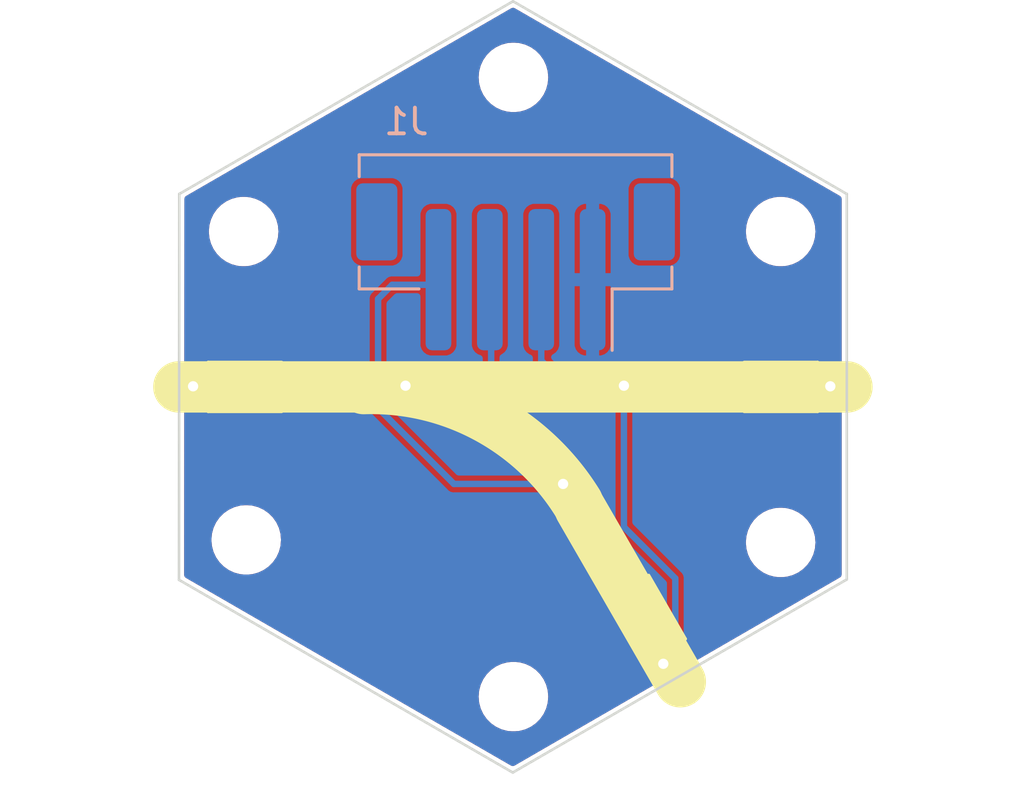
<source format=kicad_pcb>
(kicad_pcb (version 20211014) (generator pcbnew)
  (layers (0 "F.Cu" signal) (31 "B.Cu" signal) (34 "B.Paste" user) (35 "F.Paste" user) (36 "B.SilkS" user "B.Silkscreen") (37 "F.SilkS" user "F.Silkscreen") (38 "B.Mask" user) (39 "F.Mask" user) (44 "Edge.Cuts" user))
  (net 0 "")
  (net 1 "IO2")
  (net 2 "Net-(D1-Pad2)")
  (net 3 "GND")
  (net 4 "Net-(D2-Pad2)")
  (net 5 "Net-(D3-Pad2)")
  (net 6 "IO1")
  (net 7 "+5V")
  (footprint "MountingHole:MountingHole_2.2mm_M2" (layer "F.Cu") (at 154.967701 89.577208)
    (fp_text reference "REF**" hide)
    (fp_text value "MountingHole_2.2mm_M2")
    (pad "" np_thru_hole circle (at 0 0) (size 2.2 2.2) (drill 2.2) (layers *.Cu *.Mask))
  )
  (footprint "Resistor_SMD:R_0603_1608Metric_Pad0.98x0.95mm_HandSolder" (layer "F.Cu") (at 150.780201 95.577207)
    (fp_text reference "R3" hide)
    (fp_text value "6k2")
    (fp_line (start -0.254724 -0.5225) (end 0.254724 -0.5225) (layer "F.SilkS") (width 0.12))
    (fp_line (start -0.254724 0.5225) (end 0.254724 0.5225) (layer "F.SilkS") (width 0.12))
    (pad "1" smd roundrect (at -0.9125 0) (size 0.975 0.95) (layers "F.Cu" "F.Paste" "F.Mask") (net 1 "IO2"))
    (pad "2" smd roundrect (at 0.9125 0) (size 0.975 0.95) (layers "F.Cu" "F.Paste" "F.Mask") (net 5 "Net-(D3-Pad2)"))
  )
  (footprint "LED_SMD:LED_0805_2012Metric_Pad1.15x1.40mm_HandSolder" (layer "F.Cu") (at 149.5 104.3 120)
    (fp_text reference "D1" hide)
    (fp_text value "LED")
    (fp_line (start -1.86 -0.96) (end -1.86 0.96) (layer "F.SilkS") (width 0.12))
    (fp_line (start 1 -0.96) (end -1.86 -0.96) (layer "F.SilkS") (width 0.12))
    (fp_line (start -1.86 0.96) (end 1 0.96) (layer "F.SilkS") (width 0.12))
    (pad "1" smd roundrect (at -1.025 0 120) (size 1.15 1.4) (layers "F.Cu" "F.Paste" "F.Mask") (roundrect_rratio 0.217391) (net 1 "IO2"))
    (pad "2" smd roundrect (at 1.025 0 120) (size 1.15 1.4) (layers "F.Cu" "F.Paste" "F.Mask") (roundrect_rratio 0.217391) (net 2 "Net-(D1-Pad2)"))
  )
  (footprint "Resistor_SMD:R_0603_1608Metric_Pad0.98x0.95mm_HandSolder" (layer "F.Cu") (at 147.7 101.2 -60)
    (fp_text reference "R1" hide)
    (fp_text value "6k2")
    (fp_line (start -0.254724 0.5225) (end 0.254724 0.5225) (layer "F.SilkS") (width 0.12))
    (fp_line (start -0.254724 -0.5225) (end 0.254724 -0.5225) (layer "F.SilkS") (width 0.12))
    (pad "1" smd roundrect (at -0.9125 0 300) (size 0.975 0.95) (layers "F.Cu" "F.Paste" "F.Mask") (net 7 "+5V"))
    (pad "2" smd roundrect (at 0.9125 0 300) (size 0.975 0.95) (layers "F.Cu" "F.Paste" "F.Mask") (net 2 "Net-(D1-Pad2)"))
  )
  (footprint "Resistor_SMD:R_0603_1608Metric_Pad0.98x0.95mm_HandSolder" (layer "F.Cu") (at 138.367702 95.577207 180)
    (fp_text reference "R2" hide)
    (fp_text value "6k2")
    (fp_line (start -0.254724 -0.5225) (end 0.254724 -0.5225) (layer "F.SilkS") (width 0.12))
    (fp_line (start -0.254724 0.5225) (end 0.254724 0.5225) (layer "F.SilkS") (width 0.12))
    (pad "1" smd roundrect (at -0.9125 0 180) (size 0.975 0.95) (layers "F.Cu" "F.Paste" "F.Mask") (net 6 "IO1"))
    (pad "2" smd roundrect (at 0.9125 0 180) (size 0.975 0.95) (layers "F.Cu" "F.Paste" "F.Mask") (net 4 "Net-(D2-Pad2)"))
  )
  (footprint "MountingHole:MountingHole_2.2mm_M2" (layer "F.Cu") (at 144.567702 107.677208)
    (fp_text reference "REF**" hide)
    (fp_text value "MountingHole_2.2mm_M2")
    (pad "" np_thru_hole circle (at 0 0) (size 2.2 2.2) (drill 2.2) (layers *.Cu *.Mask))
  )
  (footprint "MountingHole:MountingHole_2.2mm_M2" (layer "F.Cu") (at 144.567702 83.577208)
    (fp_text reference "REF**" hide)
    (fp_text value "MountingHole_2.2mm_M2")
    (pad "" np_thru_hole circle (at 0 0) (size 2.2 2.2) (drill 2.2) (layers *.Cu *.Mask))
  )
  (footprint "MountingHole:MountingHole_2.2mm_M2" (layer "F.Cu") (at 154.967701 101.677207)
    (fp_text reference "REF**" hide)
    (fp_text value "MountingHole_2.2mm_M2")
    (pad "" np_thru_hole circle (at 0 0) (size 2.2 2.2) (drill 2.2) (layers *.Cu *.Mask))
  )
  (footprint "LED_SMD:LED_0805_2012Metric_Pad1.15x1.40mm_HandSolder" (layer "F.Cu") (at 154.547199 95.62421 180)
    (fp_text reference "D3" hide)
    (fp_text value "LED")
    (fp_line (start -1.86 -0.96) (end -1.86 0.96) (layer "F.SilkS") (width 0.12))
    (fp_line (start -1.86 0.96) (end 1 0.96) (layer "F.SilkS") (width 0.12))
    (fp_line (start 1 -0.96) (end -1.86 -0.96) (layer "F.SilkS") (width 0.12))
    (pad "1" smd roundrect (at -1.025 0 180) (size 1.15 1.4) (layers "F.Cu" "F.Paste" "F.Mask") (roundrect_rratio 0.217391) (net 3 "GND"))
    (pad "2" smd roundrect (at 1.025 0 180) (size 1.15 1.4) (layers "F.Cu" "F.Paste" "F.Mask") (roundrect_rratio 0.217391) (net 5 "Net-(D3-Pad2)"))
  )
  (footprint "MountingHole:MountingHole_2.2mm_M2" (layer "F.Cu") (at 134.067702 89.577207)
    (fp_text reference "REF**" hide)
    (fp_text value "MountingHole_2.2mm_M2")
    (pad "" np_thru_hole circle (at 0 0) (size 2.2 2.2) (drill 2.2) (layers *.Cu *.Mask))
  )
  (footprint "MountingHole:MountingHole_2.2mm_M2" (layer "F.Cu") (at 134.167702 101.577208)
    (fp_text reference "REF**" hide)
    (fp_text value "MountingHole_2.2mm_M2")
    (pad "" np_thru_hole circle (at 0 0) (size 2.2 2.2) (drill 2.2) (layers *.Cu *.Mask))
  )
  (footprint "LED_SMD:LED_0805_2012Metric_Pad1.15x1.40mm_HandSolder" (layer "F.Cu") (at 134.547199 95.62421)
    (fp_text reference "D2" hide)
    (fp_text value "LED")
    (fp_line (start 1 -0.96) (end -1.86 -0.96) (layer "F.SilkS") (width 0.12))
    (fp_line (start -1.86 -0.96) (end -1.86 0.96) (layer "F.SilkS") (width 0.12))
    (fp_line (start -1.86 0.96) (end 1 0.96) (layer "F.SilkS") (width 0.12))
    (pad "1" smd roundrect (at -1.025 0) (size 1.15 1.4) (layers "F.Cu" "F.Paste" "F.Mask") (roundrect_rratio 0.217391) (net 3 "GND"))
    (pad "2" smd roundrect (at 1.025 0) (size 1.15 1.4) (layers "F.Cu" "F.Paste" "F.Mask") (roundrect_rratio 0.217391) (net 4 "Net-(D2-Pad2)"))
  )
  (footprint "Connector_JST:JST_PH_B4B-PH-SM4-TB_1x04-1MP_P2.00mm_Vertical" (layer "B.Cu") (at 144.65 90.95 180)
    (fp_text reference "J1" (at 4.25 5.65) (layer "B.SilkS") (effects (justify mirror)))
    (fp_text value "Conn_01x04_Male")
    (fp_line (start 6.085 4.36) (end 6.085 3.51) (layer "B.SilkS") (width 0.12))
    (fp_line (start 6.085 -0.86) (end 3.76 -0.86) (layer "B.SilkS") (width 0.12))
    (fp_line (start -6.085 3.51) (end -6.085 4.36) (layer "B.SilkS") (width 0.12))
    (fp_line (start 6.085 -0.01) (end 6.085 -0.86) (layer "B.SilkS") (width 0.12))
    (fp_line (start -6.085 4.36) (end 6.085 4.36) (layer "B.SilkS") (width 0.12))
    (fp_line (start -3.76 -0.86) (end -3.76 -3.25) (layer "B.SilkS") (width 0.12))
    (fp_line (start -6.085 -0.01) (end -6.085 -0.86) (layer "B.SilkS") (width 0.12))
    (fp_line (start -6.085 -0.86) (end -3.76 -0.86) (layer "B.SilkS") (width 0.12))
    (pad "1" smd roundrect (at -3 -0.5 180) (size 1 5.5) (layers "B.Cu" "B.Paste" "B.Mask") (net 3 "GND"))
    (pad "2" smd roundrect (at -1 -0.5 180) (size 1 5.5) (layers "B.Cu" "B.Paste" "B.Mask") (net 1 "IO2"))
    (pad "3" smd roundrect (at 1 -0.5 180) (size 1 5.5) (layers "B.Cu" "B.Paste" "B.Mask") (net 6 "IO1"))
    (pad "4" smd roundrect (at 3 -0.5 180) (size 1 5.5) (layers "B.Cu" "B.Paste" "B.Mask") (net 7 "+5V"))
    (pad "MP" smd roundrect (at 5.4 1.75 180) (size 1.6 3) (layers "B.Cu" "B.Paste" "B.Mask") (roundrect_rratio 0.15625))
    (pad "MP" smd roundrect (at -5.4 1.75 180) (size 1.6 3) (layers "B.Cu" "B.Paste" "B.Mask") (roundrect_rratio 0.15625))
  )
  (gr_line (start 131.547199 95.624209) (end 157.547198 95.62421) (layer "F.SilkS") (width 2))
  (gr_arc (start 138.743169 95.688225) (mid 143.5 96.8) (end 147.063672 100.141223) (layer "F.SilkS") (width 2))
  (gr_line (start 147.162435 100.343525) (end 151.062435 107.098523) (layer "F.SilkS") (width 2))
  (gr_line (start 144.542389 110.632539) (end 157.54239 103.115879) (layer "Edge.Cuts") (width 0.1))
  (gr_line (start 157.54239 88.115879) (end 144.552008 80.615879) (layer "Edge.Cuts") (width 0.1))
  (gr_line (start 131.552008 103.132539) (end 144.542389 110.632539) (layer "Edge.Cuts") (width 0.1))
  (gr_line (start 131.561627 88.115879) (end 131.552008 103.132539) (layer "Edge.Cuts") (width 0.1))
  (gr_line (start 144.552008 80.615879) (end 131.561627 88.115879) (layer "Edge.Cuts") (width 0.1))
  (gr_line (start 157.54239 103.115879) (end 157.54239 88.115879) (layer "Edge.Cuts") (width 0.1))
  (segment (start 149.867702 95.577207) (end 148.867702 95.577207) (width 0.25) (layer "F.Cu") (net 1))
  (segment (start 150.4 106.4) (end 150.4 105.575176) (width 0.25) (layer "F.Cu") (net 1))
  (segment (start 149.7125 105.287676) (end 150.212324 105.287676) (width 0.25) (layer "F.Cu") (net 1))
  (segment (start 150.4 105.575176) (end 150.0125 105.187676) (width 0.25) (layer "F.Cu") (net 1))
  (via (at 148.867702 95.577207) (size 0.8) (drill 0.4) (layers "F.Cu" "B.Cu") (net 1))
  (via (at 150.4 106.4) (size 0.8) (drill 0.4) (layers "F.Cu" "B.Cu") (net 1))
  (segment (start 148.844909 95.6) (end 148.867702 95.577207) (width 0.25) (layer "B.Cu") (net 1))
  (segment (start 148.867702 95.577207) (end 148.867702 101.077207) (width 0.25) (layer "B.Cu") (net 1))
  (segment (start 146.65 95.6) (end 148.844909 95.6) (width 0.25) (layer "B.Cu") (net 1))
  (segment (start 148.867702 101.077207) (end 150.867701 103.077208) (width 0.25) (layer "B.Cu") (net 1))
  (segment (start 145.65 91.45) (end 145.65 94.6) (width 0.25) (layer "B.Cu") (net 1))
  (segment (start 150.867701 105.932299) (end 150.4 106.4) (width 0.25) (layer "B.Cu") (net 1))
  (segment (start 145.65 94.6) (end 146.65 95.6) (width 0.25) (layer "B.Cu") (net 1))
  (segment (start 150.867701 103.077208) (end 150.867701 105.932299) (width 0.25) (layer "B.Cu") (net 1))
  (segment (start 148.9875 103.412324) (end 148.9875 102.821498) (width 0.25) (layer "F.Cu") (net 2))
  (segment (start 148.6875 103.512324) (end 148.6875 103.053992) (width 0.25) (layer "F.Cu") (net 2))
  (segment (start 148.9875 102.821498) (end 148.15625 101.990248) (width 0.25) (layer "F.Cu") (net 2))
  (segment (start 155.572199 95.62421) (end 156.87579 95.62421) (width 0.25) (layer "F.Cu") (net 3))
  (segment (start 133.522199 95.62421) (end 132.12421 95.62421) (width 0.25) (layer "F.Cu") (net 3))
  (segment (start 132.12421 95.62421) (end 132.1 95.6) (width 0.25) (layer "F.Cu") (net 3))
  (segment (start 156.87579 95.62421) (end 156.9 95.6) (width 0.25) (layer "F.Cu") (net 3))
  (via (at 132.1 95.6) (size 0.8) (drill 0.4) (layers "F.Cu" "B.Cu") (net 3))
  (via (at 156.9 95.6) (size 0.8) (drill 0.4) (layers "F.Cu" "B.Cu") (net 3))
  (segment (start 135.572199 95.62421) (end 137.4082 95.624209) (width 0.25) (layer "F.Cu") (net 4))
  (segment (start 137.4082 95.624209) (end 137.455202 95.577207) (width 0.25) (layer "F.Cu") (net 4))
  (segment (start 153.522199 95.62421) (end 151.739703 95.624209) (width 0.25) (layer "F.Cu") (net 5))
  (segment (start 151.739703 95.624209) (end 151.692701 95.577207) (width 0.25) (layer "F.Cu") (net 5))
  (segment (start 139.280202 95.577207) (end 140.367702 95.577207) (width 0.25) (layer "F.Cu") (net 6))
  (via (at 140.367702 95.577207) (size 0.8) (drill 0.4) (layers "F.Cu" "B.Cu") (net 6))
  (segment (start 143.7 95.1) (end 143.7 91.5) (width 0.25) (layer "B.Cu") (net 6))
  (segment (start 140.367702 95.577207) (end 143.222793 95.577207) (width 0.25) (layer "B.Cu") (net 6))
  (segment (start 143.222793 95.577207) (end 143.7 95.1) (width 0.25) (layer "B.Cu") (net 6))
  (segment (start 143.7 91.5) (end 143.65 91.45) (width 0.25) (layer "B.Cu") (net 6))
  (segment (start 147.24375 100.409752) (end 147.24375 100.14375) (width 0.25) (layer "F.Cu") (net 7))
  (segment (start 147.24375 100.14375) (end 146.5 99.4) (width 0.25) (layer "F.Cu") (net 7))
  (via (at 146.5 99.4) (size 0.8) (drill 0.4) (layers "F.Cu" "B.Cu") (net 7))
  (segment (start 142.25 99.4) (end 139.3 96.45) (width 0.25) (layer "B.Cu") (net 7))
  (segment (start 139.3 92.2) (end 139.85 91.65) (width 0.25) (layer "B.Cu") (net 7))
  (segment (start 139.85 91.65) (end 141.45 91.65) (width 0.25) (layer "B.Cu") (net 7))
  (segment (start 139.3 96.45) (end 139.3 92.2) (width 0.25) (layer "B.Cu") (net 7))
  (segment (start 146.5 99.4) (end 142.25 99.4) (width 0.25) (layer "B.Cu") (net 7))
  (segment (start 141.45 91.65) (end 141.65 91.45) (width 0.25) (layer "B.Cu") (net 7))
  (zone (net 3) (net_name "GND") (layers F&B.Cu) (connect_pads (clearance 0.2)) (min_thickness 0.254) (fill yes (thermal_gap 0.2) (thermal_bridge_width 0.508))
    (polygon (pts (xy 157.45 88.15) (xy 157.45 103.05) (xy 144.55 110.5) (xy 131.65 103.05) (xy 131.6 88.15) (xy 144.55 80.7)))
  )
)
</source>
